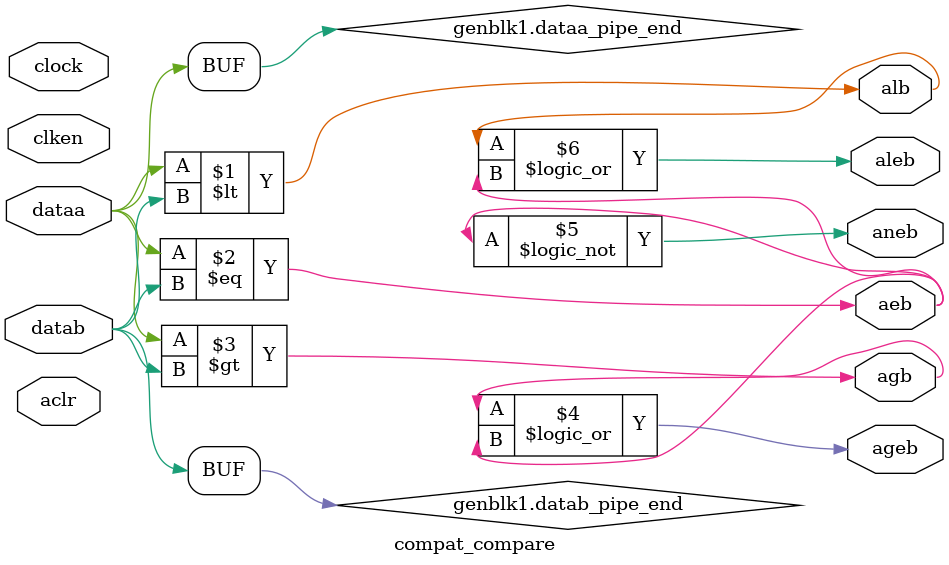
<source format=sv>
module compat_compare
    #(
        parameter WIDTH=1,
        // we assume signed: parameter REPRESENTATION="UNSIGNED", // UNSIGNED or SIGNED
        parameter PIPELINE=0
    )
    (
        input clock, aclr, clken,

        input [WIDTH-1:0] dataa,
        input [WIDTH-1:0] datab,

        output alb, aeb, agb, ageb, aneb, aleb
    );

// synthesis read_comments_as_HDL on
// localparam IMPL = "quartus";
// synthesis read_comments_as_HDL off

// altera translate_off
    localparam IMPL="fallback";
// altera translate_on

    generate
        if (IMPL == "quartus") begin
            /* verilator lint_off DECLFILENAME */

            if (PIPELINE > 0) begin
                lpm_compare#(
                    .LPM_WIDTH(WIDTH),
                    .LPM_REPRESENTATION("SIGNED"),
                    .LPM_PIPELINE(PIPELINE)
                ) quartus_compare(
                    .clock(clock),
                    .aclr(aclr),
                    .clken(clken),
                    .dataa(dataa),
                    .datab(datab),
                    .alb(alb), .aeb(aeb), .agb(agb),
                    .ageb(ageb), .aneb(aneb), .aleb(aleb)
                );
            end else begin
                lpm_compare#(
                    .LPM_WIDTH(WIDTH),
                    .LPM_REPRESENTATION("SIGNED"),
                    .LPM_PIPELINE(0)
                ) quartus_commpare0(
                    .dataa(dataa),
                    .datab(datab),
                    .alb(alb), .aeb(aeb), .agb(agb),
                    .ageb(ageb), .aneb(aneb), .aleb(aleb)
                );
            end

            /* verilator lint_on DECLFILENAME */
        end
        else begin

            wire [WIDTH-1:0] dataa_pipe_end;
            wire [WIDTH-1:0] datab_pipe_end;
            if (PIPELINE == 0) begin
                assign dataa_pipe_end = dataa;
                assign datab_pipe_end = datab;
            end else begin
                reg [WIDTH-1:0] dataa_pipe [0:PIPELINE-1];
                reg [WIDTH-1:0] datab_pipe [0:PIPELINE-1];

                genvar pipe_stage;
                for (pipe_stage = 0; pipe_stage < PIPELINE-1; pipe_stage = pipe_stage+1) begin : pipe_stages
                    always @(posedge clock or posedge aclr) begin
                        if (aclr) begin
                            dataa_pipe[pipe_stage+1] <= 0;
                            datab_pipe[pipe_stage+1] <= 0;
                        end
                        else if (clken) begin
                            dataa_pipe[pipe_stage+1] <= dataa_pipe[pipe_stage];
                            datab_pipe[pipe_stage+1] <= datab_pipe[pipe_stage];
                        end
                    end
                end

                always @(posedge clock or posedge aclr) begin
                    if (aclr) begin
                        dataa_pipe[0] <= 0;
                        datab_pipe[0] <= 0;
                    end
                    else if (clken) begin
                        dataa_pipe[0] <= dataa;
                        datab_pipe[0] <= datab;
                    end
                end

                assign dataa_pipe_end = dataa_pipe[PIPELINE-1];
                assign datab_pipe_end = datab_pipe[PIPELINE-1];
            end

            /* * * * * * * * * * * * * * * * * * * * * * */
            /*  Do the actual fallback computation here  */
            /* * * * * * * * * * * * * * * * * * * * * * */

            // alb, aeb, agb, ageb, aneb, aleb
            assign alb = $signed(dataa_pipe_end) < $signed(datab_pipe_end);
            assign aeb = $signed(dataa_pipe_end) == $signed(datab_pipe_end);
            assign agb = $signed(dataa_pipe_end) > $signed(datab_pipe_end);
            assign ageb = agb || aeb;
            assign aneb = !aeb;
            assign aleb = alb || aeb;

        end
    endgenerate

endmodule: compat_compare
</source>
